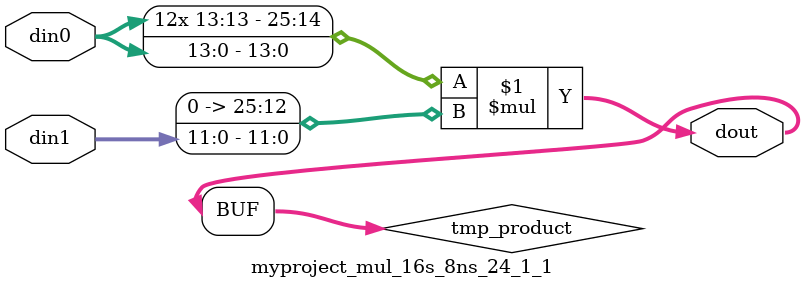
<source format=v>

`timescale 1 ns / 1 ps

  module myproject_mul_16s_8ns_24_1_1(din0, din1, dout);
parameter ID = 1;
parameter NUM_STAGE = 0;
parameter din0_WIDTH = 14;
parameter din1_WIDTH = 12;
parameter dout_WIDTH = 26;

input [din0_WIDTH - 1 : 0] din0; 
input [din1_WIDTH - 1 : 0] din1; 
output [dout_WIDTH - 1 : 0] dout;

wire signed [dout_WIDTH - 1 : 0] tmp_product;












assign tmp_product = $signed(din0) * $signed({1'b0, din1});









assign dout = tmp_product;







endmodule

</source>
